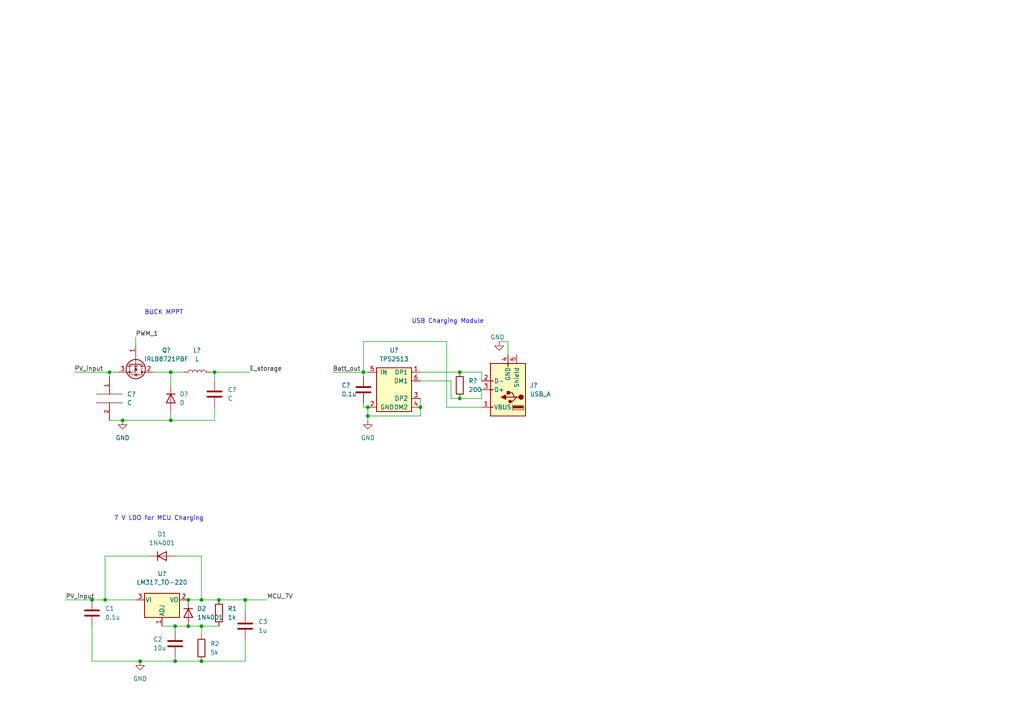
<source format=kicad_sch>
(kicad_sch (version 20211123) (generator eeschema)
  (paper "A4")
  (lib_symbols
    (symbol "Connector:USB_A" (pin_names (offset 1.016))
      (property "Reference" "J" (at -5.08 11.43 0))
      (property "Value" "USB_A" (at -5.08 8.89 0))
      (symbol "USB_A_0_1"
        (rectangle (start -5.08 -7.62) (end 5.08 7.62) (stroke (width 0.254)) (fill (type background)))
        (circle (center -3.81 2.159) (radius 0.635) (stroke (width 0.254)) (fill (type outline)))
        (rectangle (start -1.524 4.826) (end -4.318 5.334) (fill (type outline)))
        (rectangle (start -1.27 4.572) (end -4.572 5.842))
        (circle (center -0.635 3.429) (radius 0.381) (stroke (width 0.254)) (fill (type outline)))
        (rectangle (start -0.127 -7.62) (end 0.127 -6.858))
        (polyline (pts (xy -3.175 2.159) (xy -2.54 2.159) (xy -1.27 3.429) (xy -0.635 3.429)) (stroke (width 0.254)))
        (polyline (pts (xy -2.54 2.159) (xy -1.905 2.159) (xy -1.27 0.889) (xy 0 0.889)) (stroke (width 0.254)))
        (polyline (pts (xy 0.635 2.794) (xy 0.635 1.524) (xy 1.905 2.159) (xy 0.635 2.794)) (stroke (width 0.254)) (fill (type outline)))
        (rectangle (start 0.254 1.27) (end -0.508 0.508) (stroke (width 0.254)) (fill (type outline)))
        (rectangle (start 5.08 -2.667) (end 4.318 -2.413))
        (rectangle (start 5.08 -0.127) (end 4.318 0.127))
        (rectangle (start 5.08 4.953) (end 4.318 5.207))
      )
      (symbol "USB_A_1_1"
        (polyline (pts (xy -1.905 2.159) (xy 0.635 2.159)) (stroke (width 0.254)))
        (pin power_in line (at 7.62 5.08 180) (length 2.54) (name "VBUS") (number "1"))
        (pin bidirectional line (at 7.62 -2.54 180) (length 2.54) (name "D-") (number "2"))
        (pin bidirectional line (at 7.62 0 180) (length 2.54) (name "D+") (number "3"))
        (pin power_in line (at 0 -10.16 90) (length 2.54) (name "GND") (number "4"))
        (pin passive line (at -2.54 -10.16 90) (length 2.54) (name "Shield") (number "5"))
      )
    )
    (symbol "Device:C" (pin_numbers hide) (pin_names (offset 0.254))
      (property "Reference" "C" (at 0.635 2.54 0))
      (property "Value" "C" (at 0.635 -2.54 0))
      (symbol "C_0_1"
        (polyline (pts (xy -2.032 -0.762) (xy 2.032 -0.762)) (stroke (width 0.508)))
        (polyline (pts (xy -2.032 0.762) (xy 2.032 0.762)) (stroke (width 0.508)))
      )
      (symbol "C_1_1"
        (pin passive line (at 0 3.81 270) (length 2.794) (name "~") (number "1"))
        (pin passive line (at 0 -3.81 90) (length 2.794) (name "~") (number "2"))
      )
    )
    (symbol "Device:D" (pin_numbers hide) (pin_names (offset 1.016) hide)
      (property "Reference" "D" (at 0 2.54 0))
      (property "Value" "D" (at 0 -2.54 0))
      (symbol "D_0_1"
        (polyline (pts (xy -1.27 1.27) (xy -1.27 -1.27)) (stroke (width 0.254)))
        (polyline (pts (xy 1.27 0) (xy -1.27 0)))
        (polyline (pts (xy 1.27 1.27) (xy 1.27 -1.27) (xy -1.27 0) (xy 1.27 1.27)) (stroke (width 0.254)))
      )
      (symbol "D_1_1"
        (pin passive line (at -3.81 0 0) (length 2.54) (name "K") (number "1"))
        (pin passive line (at 3.81 0 180) (length 2.54) (name "A") (number "2"))
      )
    )
    (symbol "Device:L" (pin_numbers hide) (pin_names (offset 1.016) hide)
      (property "Reference" "L" (at -1.27 0 90))
      (property "Value" "L" (at 1.905 0 90))
      (symbol "L_0_1"
        (arc (start 0 -2.54) (mid 0.635 -1.905) (end 0 -1.27))
        (arc (start 0 -1.27) (mid 0.635 -0.635) (end 0 0))
        (arc (start 0 0) (mid 0.635 0.635) (end 0 1.27))
        (arc (start 0 1.27) (mid 0.635 1.905) (end 0 2.54))
      )
      (symbol "L_1_1"
        (pin passive line (at 0 3.81 270) (length 1.27) (name "1") (number "1"))
        (pin passive line (at 0 -3.81 90) (length 1.27) (name "2") (number "2"))
      )
    )
    (symbol "Device:R" (pin_numbers hide) (pin_names (offset 0))
      (property "Reference" "R" (at 2.032 0 90))
      (property "Value" "R" (at 0 0 90))
      (symbol "R_0_1"
        (rectangle (start -1.016 -2.54) (end 1.016 2.54) (stroke (width 0.254)))
      )
      (symbol "R_1_1"
        (pin passive line (at 0 3.81 270) (length 1.27) (name "~") (number "1"))
        (pin passive line (at 0 -3.81 90) (length 1.27) (name "~") (number "2"))
      )
    )
    (symbol "Diode:1N4001" (pin_numbers hide) (pin_names (offset 1.016) hide)
      (property "Reference" "D" (at 0 2.54 0))
      (property "Value" "1N4001" (at 0 -2.54 0))
      (symbol "1N4001_0_1"
        (polyline (pts (xy -1.27 1.27) (xy -1.27 -1.27)) (stroke (width 0.254)))
        (polyline (pts (xy 1.27 0) (xy -1.27 0)))
        (polyline (pts (xy 1.27 1.27) (xy 1.27 -1.27) (xy -1.27 0) (xy 1.27 1.27)) (stroke (width 0.254)))
      )
      (symbol "1N4001_1_1"
        (pin passive line (at -3.81 0 0) (length 2.54) (name "K") (number "1"))
        (pin passive line (at 3.81 0 180) (length 2.54) (name "A") (number "2"))
      )
    )
    (symbol "Interface_USB:TPS2513" (pin_names (offset 1.016))
      (property "Reference" "U" (at -3.81 -7.62 0))
      (property "Value" "TPS2513" (at 0 7.62 0))
      (symbol "TPS2513_0_1"
        (rectangle (start -5.08 6.35) (end 5.08 -6.35) (stroke (width 0.254)) (fill (type background)))
      )
      (symbol "TPS2513_1_1"
        (pin input line (at 7.62 5.08 180) (length 2.54) (name "DP1") (number "1"))
        (pin power_in line (at -7.62 -5.08 0) (length 2.54) (name "GND") (number "2"))
        (pin input line (at 7.62 -2.54 180) (length 2.54) (name "DP2") (number "3"))
        (pin input line (at 7.62 -5.08 180) (length 2.54) (name "DM2") (number "4"))
        (pin power_in line (at -7.62 5.08 0) (length 2.54) (name "IN") (number "5"))
        (pin input line (at 7.62 2.54 180) (length 2.54) (name "DM1") (number "6"))
      )
    )
    (symbol "Regulator_Linear:LM317_TO-220" (pin_names (offset 0.254))
      (property "Reference" "U" (at -3.81 3.175 0))
      (property "Value" "LM317_TO-220" (at 0 3.175 0))
      (symbol "LM317_TO-220_0_1"
        (rectangle (start -5.08 1.905) (end 5.08 -5.08) (stroke (width 0.254)) (fill (type background)))
      )
      (symbol "LM317_TO-220_1_1"
        (pin input line (at 0 -7.62 90) (length 2.54) (name "ADJ") (number "1"))
        (pin power_out line (at 7.62 0 180) (length 2.54) (name "VO") (number "2"))
        (pin power_in line (at -7.62 0 0) (length 2.54) (name "VI") (number "3"))
      )
    )
    (symbol "Transistor_FET:IRLB8721PBF" (pin_names hide)
      (property "Reference" "Q" (at 6.35 1.905 0))
      (property "Value" "IRLB8721PBF" (at 6.35 0 0))
      (symbol "IRLB8721PBF_0_1"
        (polyline (pts (xy 0.254 0) (xy -2.54 0)))
        (polyline (pts (xy 0.254 1.905) (xy 0.254 -1.905)) (stroke (width 0.254)))
        (polyline (pts (xy 0.762 -1.27) (xy 0.762 -2.286)) (stroke (width 0.254)))
        (polyline (pts (xy 0.762 0.508) (xy 0.762 -0.508)) (stroke (width 0.254)))
        (polyline (pts (xy 0.762 2.286) (xy 0.762 1.27)) (stroke (width 0.254)))
        (polyline (pts (xy 2.54 2.54) (xy 2.54 1.778)))
        (polyline (pts (xy 2.54 -2.54) (xy 2.54 0) (xy 0.762 0)))
        (polyline (pts (xy 0.762 -1.778) (xy 3.302 -1.778) (xy 3.302 1.778) (xy 0.762 1.778)))
        (polyline (pts (xy 1.016 0) (xy 2.032 0.381) (xy 2.032 -0.381) (xy 1.016 0)) (fill (type outline)))
        (polyline (pts (xy 2.794 0.508) (xy 2.921 0.381) (xy 3.683 0.381) (xy 3.81 0.254)))
        (polyline (pts (xy 3.302 0.381) (xy 2.921 -0.254) (xy 3.683 -0.254) (xy 3.302 0.381)))
        (circle (center 1.651 0) (radius 2.794) (stroke (width 0.254)))
        (circle (center 2.54 -1.778) (radius 0.254) (fill (type outline)))
        (circle (center 2.54 1.778) (radius 0.254) (fill (type outline)))
      )
      (symbol "IRLB8721PBF_1_1"
        (pin input line (at -5.08 0 0) (length 2.54) (name "G") (number "1"))
        (pin passive line (at 2.54 5.08 270) (length 2.54) (name "D") (number "2"))
        (pin passive line (at 2.54 -5.08 90) (length 2.54) (name "S") (number "3"))
      )
    )
    (symbol "power:GND" (power) (pin_names (offset 0))
      (property "Value" "GND" (at 0 -3.81 0))
      (symbol "GND_0_1"
        (polyline (pts (xy 0 0) (xy 0 -1.27) (xy 1.27 -1.27) (xy 0 -2.54) (xy -1.27 -1.27) (xy 0 -1.27)))
      )
      (symbol "GND_1_1"
        (pin power_in line (at 0 0 270) (length 0) hide (name "GND") (number "1"))
      )
    )
    (symbol "pspice:C" (pin_names (offset 0.254))
      (property "Reference" "C" (at 2.54 3.81 90))
      (property "Value" "C" (at 2.54 -3.81 90))
      (symbol "C_0_1"
        (polyline (pts (xy -3.81 -1.27) (xy 3.81 -1.27)))
        (polyline (pts (xy -3.81 1.27) (xy 3.81 1.27)))
      )
      (symbol "C_1_1"
        (pin passive line (at 0 6.35 270) (length 5.08) (name "~") (number "1"))
        (pin passive line (at 0 -6.35 90) (length 5.08) (name "~") (number "2"))
      )
    )
  )
  (junction (at 50.8 181.61))
  (junction (at 50.8 191.77))
  (junction (at 63.5 173.99))
  (junction (at 58.42 181.61))
  (junction (at 35.56 121.92))
  (junction (at 106.68 120.65))
  (junction (at 62.23 107.95))
  (junction (at 133.35 107.95))
  (junction (at 30.48 173.99))
  (junction (at 71.12 173.99))
  (junction (at 105.41 107.95))
  (junction (at 54.61 173.99))
  (junction (at 106.68 118.11))
  (junction (at 58.42 191.77))
  (junction (at 26.67 173.99))
  (junction (at 54.61 181.61))
  (junction (at 121.92 118.11))
  (junction (at 133.35 115.57))
  (junction (at 40.64 191.77))
  (junction (at 49.53 107.95))
  (junction (at 49.53 121.92))
  (junction (at 31.75 107.95))
  (junction (at 58.42 173.99))
  (wire (pts (xy 54.61 173.99) (xy 58.42 173.99)))
  (wire (pts (xy 105.41 107.95) (xy 105.41 99.06)))
  (wire (pts (xy 130.81 115.57) (xy 133.35 115.57)))
  (wire (pts (xy 63.5 173.99) (xy 71.12 173.99)))
  (wire (pts (xy 121.92 115.57) (xy 121.92 118.11)))
  (wire (pts (xy 62.23 107.95) (xy 62.23 110.49)))
  (wire (pts (xy 44.45 107.95) (xy 49.53 107.95)))
  (wire (pts (xy 50.8 181.61) (xy 50.8 182.88)))
  (wire (pts (xy 105.41 107.95) (xy 106.68 107.95)))
  (wire (pts (xy 147.32 99.06) (xy 147.32 102.87)))
  (wire (pts (xy 49.53 107.95) (xy 53.34 107.95)))
  (wire (pts (xy 21.59 107.95) (xy 31.75 107.95)))
  (wire (pts (xy 39.37 97.79) (xy 39.37 100.33)))
  (wire (pts (xy 96.52 107.95) (xy 105.41 107.95)))
  (wire (pts (xy 50.8 161.29) (xy 58.42 161.29)))
  (wire (pts (xy 35.56 121.92) (xy 49.53 121.92)))
  (wire (pts (xy 106.68 120.65) (xy 106.68 121.92)))
  (wire (pts (xy 62.23 107.95) (xy 72.39 107.95)))
  (wire (pts (xy 105.41 116.84) (xy 105.41 118.11)))
  (wire (pts (xy 26.67 181.61) (xy 26.67 191.77)))
  (wire (pts (xy 106.68 120.65) (xy 121.92 120.65)))
  (wire (pts (xy 50.8 191.77) (xy 58.42 191.77)))
  (wire (pts (xy 121.92 118.11) (xy 121.92 120.65)))
  (wire (pts (xy 63.5 181.61) (xy 58.42 181.61)))
  (wire (pts (xy 19.05 173.99) (xy 26.67 173.99)))
  (wire (pts (xy 26.67 191.77) (xy 40.64 191.77)))
  (wire (pts (xy 30.48 161.29) (xy 30.48 173.99)))
  (wire (pts (xy 49.53 119.38) (xy 49.53 121.92)))
  (wire (pts (xy 105.41 99.06) (xy 129.54 99.06)))
  (wire (pts (xy 31.75 109.22) (xy 31.75 107.95)))
  (wire (pts (xy 71.12 173.99) (xy 77.47 173.99)))
  (wire (pts (xy 54.61 181.61) (xy 58.42 181.61)))
  (wire (pts (xy 58.42 191.77) (xy 71.12 191.77)))
  (wire (pts (xy 50.8 181.61) (xy 54.61 181.61)))
  (wire (pts (xy 105.41 118.11) (xy 106.68 118.11)))
  (wire (pts (xy 105.41 107.95) (xy 105.41 109.22)))
  (wire (pts (xy 71.12 185.42) (xy 71.12 191.77)))
  (wire (pts (xy 58.42 161.29) (xy 58.42 173.99)))
  (wire (pts (xy 121.92 107.95) (xy 133.35 107.95)))
  (wire (pts (xy 62.23 118.11) (xy 62.23 121.92)))
  (wire (pts (xy 130.81 110.49) (xy 130.81 115.57)))
  (wire (pts (xy 26.67 173.99) (xy 30.48 173.99)))
  (wire (pts (xy 63.5 173.99) (xy 58.42 173.99)))
  (wire (pts (xy 62.23 121.92) (xy 49.53 121.92)))
  (wire (pts (xy 71.12 173.99) (xy 71.12 177.8)))
  (wire (pts (xy 31.75 107.95) (xy 34.29 107.95)))
  (wire (pts (xy 49.53 107.95) (xy 49.53 111.76)))
  (wire (pts (xy 50.8 190.5) (xy 50.8 191.77)))
  (wire (pts (xy 43.18 161.29) (xy 30.48 161.29)))
  (wire (pts (xy 106.68 118.11) (xy 106.68 120.65)))
  (wire (pts (xy 58.42 181.61) (xy 58.42 184.15)))
  (wire (pts (xy 60.96 107.95) (xy 62.23 107.95)))
  (wire (pts (xy 31.75 121.92) (xy 35.56 121.92)))
  (wire (pts (xy 129.54 118.11) (xy 139.7 118.11)))
  (wire (pts (xy 40.64 191.77) (xy 50.8 191.77)))
  (wire (pts (xy 121.92 110.49) (xy 130.81 110.49)))
  (wire (pts (xy 133.35 107.95) (xy 139.7 107.95)))
  (wire (pts (xy 30.48 173.99) (xy 39.37 173.99)))
  (wire (pts (xy 133.35 115.57) (xy 139.7 115.57)))
  (wire (pts (xy 144.78 99.06) (xy 147.32 99.06)))
  (wire (pts (xy 129.54 99.06) (xy 129.54 118.11)))
  (wire (pts (xy 46.99 181.61) (xy 50.8 181.61)))
  (wire (pts (xy 139.7 107.95) (xy 139.7 110.49)))
  (wire (pts (xy 139.7 113.03) (xy 139.7 115.57)))
  (text "BUCK MPPT\n" (at 41.91 91.44 0) (effects (font (size 1.27 1.27)) (justify left bottom)))
  (text "7 V LDO for MCU Charging\n" (at 33.02 151.13 0) (effects (font (size 1.27 1.27)) (justify left bottom)))
  (text "USB Charging Module" (at 119.38 93.98 0) (effects (font (size 1.27 1.27)) (justify left bottom)))
  (label "PV_input" (at 19.05 173.99 0))
  (label "PV_input" (at 21.59 107.95 0))
  (label "PWM_1" (at 39.37 97.79 0))
  (label "MCU_7V" (at 77.47 173.99 0))
  (label "E_storage" (at 72.39 107.95 0))
  (label "Batt_out" (at 96.52 107.95 0))
  (symbol (lib_id "Device:C") (at 26.67 177.8 0) (unit 1)
    (property "Reference" "C1" (at 30.48 176.5299 0) (effects (justify left)))
    (property "Value" "0.1u" (at 30.48 179.0699 0) (effects (justify left)))
  )
  (symbol (lib_id "Device:R") (at 133.35 111.76 0) (unit 1)
    (property "Reference" "R?" (at 135.89 110.4899 0) (effects (justify left)))
    (property "Value" "200" (at 135.89 113.0299 0) (effects (justify left)))
  )
  (symbol (lib_id "Device:C") (at 62.23 114.3 0) (unit 1)
    (property "Reference" "C?" (at 66.04 113.0299 0) (effects (justify left)))
    (property "Value" "C" (at 66.04 115.5699 0) (effects (justify left)))
  )
  (symbol (lib_id "Regulator_Linear:LM317_TO-220") (at 46.99 173.99 0) (unit 1)
    (property "Reference" "U?" (at 46.99 166.37 0))
    (property "Value" "LM317_TO-220" (at 46.99 168.91 0))
    (property "Footprint" "Package_TO_SOT_THT:TO-220-3_Vertical" (effects hide))
    (property "Datasheet" "http://www.ti.com/lit/ds/symlink/lm317.pdf" (effects hide))
  )
  (symbol (lib_id "Device:C") (at 105.41 113.03 0) (unit 1)
    (property "Reference" "C?" (at 99.06 111.76 0) (effects (justify left)))
    (property "Value" "0.1u" (at 99.06 114.3 0) (effects (justify left)))
  )
  (symbol (lib_id "power:GND") (at 40.64 191.77 0) (unit 1)
    (property "Reference" "#PWR?" (effects hide))
    (property "Value" "GND" (at 40.64 196.85 0))
  )
  (symbol (lib_id "Diode:1N4001") (at 54.61 177.8 270) (unit 1)
    (property "Reference" "D2" (at 57.15 176.5299 90) (effects (justify left)))
    (property "Value" "1N4001" (at 57.15 179.0699 90) (effects (justify left)))
    (property "Footprint" "Diode_THT:D_DO-41_SOD81_P10.16mm_Horizontal" (effects hide))
    (property "Datasheet" "http://www.vishay.com/docs/88503/1n4001.pdf" (effects hide))
  )
  (symbol (lib_id "power:GND") (at 106.68 121.92 0) (unit 1)
    (property "Reference" "#PWR?" (effects hide))
    (property "Value" "GND" (at 106.68 127 0))
  )
  (symbol (lib_id "Device:L") (at 57.15 107.95 90) (unit 1)
    (property "Reference" "L?" (at 57.15 101.6 90))
    (property "Value" "L" (at 57.15 104.14 90))
  )
  (symbol (lib_id "Device:R") (at 58.42 187.96 0) (unit 1)
    (property "Reference" "R2" (at 60.96 186.6899 0) (effects (justify left)))
    (property "Value" "5k" (at 60.96 189.2299 0) (effects (justify left)))
  )
  (symbol (lib_id "power:GND") (at 35.56 121.92 0) (unit 1)
    (property "Reference" "#PWR?" (effects hide))
    (property "Value" "GND" (at 35.56 127 0))
  )
  (symbol (lib_id "pspice:C") (at 31.75 115.57 0) (unit 1)
    (property "Reference" "C?" (at 36.83 114.2999 0) (effects (justify left)))
    (property "Value" "C" (at 36.83 116.8399 0) (effects (justify left)))
  )
  (symbol (lib_id "Diode:1N4001") (at 46.99 161.29 0) (unit 1)
    (property "Reference" "D1" (at 46.99 154.94 0))
    (property "Value" "1N4001" (at 46.99 157.48 0))
    (property "Footprint" "Diode_THT:D_DO-41_SOD81_P10.16mm_Horizontal" (effects hide))
    (property "Datasheet" "http://www.vishay.com/docs/88503/1n4001.pdf" (effects hide))
  )
  (symbol (lib_id "Transistor_FET:IRLB8721PBF") (at 39.37 105.41 270) (unit 1)
    (property "Reference" "Q?" (at 48.26 101.6 90))
    (property "Value" "IRLB8721PBF" (at 48.26 104.14 90))
    (property "Footprint" "Package_TO_SOT_THT:TO-220-3_Vertical" (effects hide))
    (property "Datasheet" "http://www.infineon.com/dgdl/irlb8721pbf.pdf?fileId=5546d462533600a40153566056732591" (effects hide))
  )
  (symbol (lib_id "Connector:USB_A") (at 147.32 113.03 180) (unit 1)
    (property "Reference" "J?" (at 153.67 111.7599 0) (effects (justify right)))
    (property "Value" "USB_A" (at 153.67 114.2999 0) (effects (justify right)))
    (property "Datasheet" " ~" (effects hide))
  )
  (symbol (lib_id "Device:R") (at 63.5 177.8 0) (unit 1)
    (property "Reference" "R1" (at 66.04 176.5299 0) (effects (justify left)))
    (property "Value" "1k" (at 66.04 179.0699 0) (effects (justify left)))
  )
  (symbol (lib_id "Interface_USB:TPS2513") (at 114.3 113.03 0) (unit 1)
    (property "Reference" "U?" (at 114.3 101.6 0))
    (property "Value" "TPS2513" (at 114.3 104.14 0))
    (property "Footprint" "Package_TO_SOT_SMD:SOT-23-6" (effects hide))
    (property "Datasheet" "http://www.ti.com/lit/ds/symlink/tps2513.pdf" (effects hide))
  )
  (symbol (lib_id "Device:C") (at 50.8 186.69 0) (unit 1)
    (property "Reference" "C2" (at 44.45 185.42 0) (effects (justify left)))
    (property "Value" "10u" (at 44.45 187.96 0) (effects (justify left)))
  )
  (symbol (lib_id "power:GND") (at 144.78 99.06 0) (unit 1)
    (property "Reference" "#PWR?" (effects hide))
    (property "Value" "GND" (at 142.24 97.79 0) (effects (justify left)))
  )
  (symbol (lib_id "Device:D") (at 49.53 115.57 270) (unit 1)
    (property "Reference" "D?" (at 52.07 114.2999 90) (effects (justify left)))
    (property "Value" "D" (at 52.07 116.8399 90) (effects (justify left)))
  )
  (symbol (lib_id "Device:C") (at 71.12 181.61 0) (unit 1)
    (property "Reference" "C3" (at 74.93 180.3399 0) (effects (justify left)))
    (property "Value" "1u" (at 74.93 182.8799 0) (effects (justify left)))
  )
)
</source>
